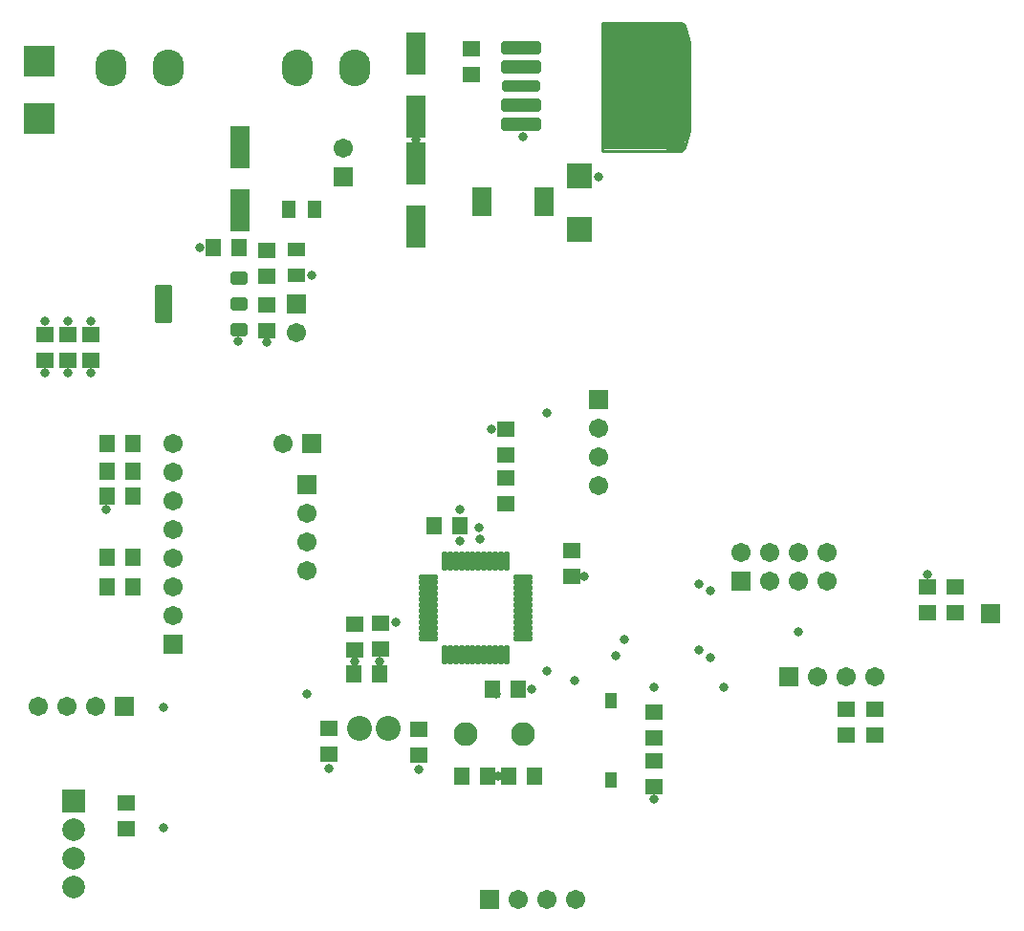
<source format=gts>
G04*
G04 #@! TF.GenerationSoftware,Altium Limited,Altium Designer,22.2.1 (43)*
G04*
G04 Layer_Color=8388736*
%FSLAX24Y24*%
%MOIN*%
G70*
G04*
G04 #@! TF.SameCoordinates,347B6F40-84C8-4AAD-98B2-BBB097A6B523*
G04*
G04*
G04 #@! TF.FilePolarity,Negative*
G04*
G01*
G75*
%ADD14C,0.0100*%
G04:AMPARAMS|DCode=31|XSize=39.4mil|YSize=133.9mil|CornerRadius=9.8mil|HoleSize=0mil|Usage=FLASHONLY|Rotation=270.000|XOffset=0mil|YOffset=0mil|HoleType=Round|Shape=RoundedRectangle|*
%AMROUNDEDRECTD31*
21,1,0.0394,0.1142,0,0,270.0*
21,1,0.0197,0.1339,0,0,270.0*
1,1,0.0197,-0.0571,-0.0098*
1,1,0.0197,-0.0571,0.0098*
1,1,0.0197,0.0571,0.0098*
1,1,0.0197,0.0571,-0.0098*
%
%ADD31ROUNDEDRECTD31*%
%ADD32C,0.0200*%
%ADD33R,0.2820X0.4380*%
%ADD34R,0.0395X0.0552*%
%ADD35R,0.0630X0.0580*%
%ADD36R,0.0580X0.0630*%
%ADD37R,0.0671X0.1025*%
%ADD38R,0.0867X0.0867*%
%ADD39R,0.0630X0.0474*%
%ADD40R,0.0474X0.0630*%
%ADD41R,0.0710X0.1458*%
G04:AMPARAMS|DCode=42|XSize=69.4mil|YSize=19.8mil|CornerRadius=8.1mil|HoleSize=0mil|Usage=FLASHONLY|Rotation=90.000|XOffset=0mil|YOffset=0mil|HoleType=Round|Shape=RoundedRectangle|*
%AMROUNDEDRECTD42*
21,1,0.0694,0.0035,0,0,90.0*
21,1,0.0531,0.0198,0,0,90.0*
1,1,0.0163,0.0018,0.0266*
1,1,0.0163,0.0018,-0.0266*
1,1,0.0163,-0.0018,-0.0266*
1,1,0.0163,-0.0018,0.0266*
%
%ADD42ROUNDEDRECTD42*%
G04:AMPARAMS|DCode=43|XSize=69.4mil|YSize=19.8mil|CornerRadius=8.1mil|HoleSize=0mil|Usage=FLASHONLY|Rotation=180.000|XOffset=0mil|YOffset=0mil|HoleType=Round|Shape=RoundedRectangle|*
%AMROUNDEDRECTD43*
21,1,0.0694,0.0035,0,0,180.0*
21,1,0.0531,0.0198,0,0,180.0*
1,1,0.0163,-0.0266,0.0018*
1,1,0.0163,0.0266,0.0018*
1,1,0.0163,0.0266,-0.0018*
1,1,0.0163,-0.0266,-0.0018*
%
%ADD43ROUNDEDRECTD43*%
G04:AMPARAMS|DCode=44|XSize=135.6mil|YSize=59.6mil|CornerRadius=7.9mil|HoleSize=0mil|Usage=FLASHONLY|Rotation=90.000|XOffset=0mil|YOffset=0mil|HoleType=Round|Shape=RoundedRectangle|*
%AMROUNDEDRECTD44*
21,1,0.1356,0.0438,0,0,90.0*
21,1,0.1198,0.0596,0,0,90.0*
1,1,0.0157,0.0219,0.0599*
1,1,0.0157,0.0219,-0.0599*
1,1,0.0157,-0.0219,-0.0599*
1,1,0.0157,-0.0219,0.0599*
%
%ADD44ROUNDEDRECTD44*%
G04:AMPARAMS|DCode=45|XSize=44.6mil|YSize=59.6mil|CornerRadius=6.7mil|HoleSize=0mil|Usage=FLASHONLY|Rotation=90.000|XOffset=0mil|YOffset=0mil|HoleType=Round|Shape=RoundedRectangle|*
%AMROUNDEDRECTD45*
21,1,0.0446,0.0461,0,0,90.0*
21,1,0.0311,0.0596,0,0,90.0*
1,1,0.0135,0.0230,0.0156*
1,1,0.0135,0.0230,-0.0156*
1,1,0.0135,-0.0230,-0.0156*
1,1,0.0135,-0.0230,0.0156*
%
%ADD45ROUNDEDRECTD45*%
G04:AMPARAMS|DCode=46|XSize=47.4mil|YSize=141.9mil|CornerRadius=13.8mil|HoleSize=0mil|Usage=FLASHONLY|Rotation=270.000|XOffset=0mil|YOffset=0mil|HoleType=Round|Shape=RoundedRectangle|*
%AMROUNDEDRECTD46*
21,1,0.0474,0.1142,0,0,270.0*
21,1,0.0197,0.1419,0,0,270.0*
1,1,0.0277,-0.0571,-0.0098*
1,1,0.0277,-0.0571,0.0098*
1,1,0.0277,0.0571,0.0098*
1,1,0.0277,0.0571,-0.0098*
%
%ADD46ROUNDEDRECTD46*%
%ADD47C,0.0671*%
%ADD48R,0.0671X0.0671*%
%ADD49R,0.0671X0.0671*%
%ADD50R,0.0789X0.0789*%
%ADD51C,0.0789*%
%ADD52O,0.1080X0.1280*%
%ADD53R,0.1064X0.1064*%
%ADD54C,0.0830*%
%ADD55C,0.0867*%
%ADD56C,0.0316*%
G54D14*
X24060Y33450D02*
X24013Y33518D01*
X23935Y33544D01*
X24060Y33450D02*
X24013Y33518D01*
X23935Y33544D01*
X24231Y32831D02*
X24226Y32867D01*
X24231Y32831D02*
X24226Y32867D01*
X23935Y29119D02*
X24013Y29145D01*
X24060Y29212D01*
X23935Y29119D02*
X24013Y29145D01*
X24060Y29212D01*
X24226Y29796D02*
X24231Y29831D01*
X24226Y29796D02*
X24231Y29831D01*
X23959Y29096D02*
X24009Y29146D01*
X21209Y29096D02*
X23959D01*
X21209D02*
Y29346D01*
Y33542D01*
X21211Y33544D01*
X23435D01*
X23935D01*
X24060Y33450D02*
X24226Y32867D01*
X23435Y29119D02*
X23935D01*
X24231Y29831D02*
Y32831D01*
X24060Y29213D02*
X24226Y29796D01*
G54D31*
X18359Y31346D02*
D03*
G54D32*
X24085Y29508D02*
Y33148D01*
G54D33*
X22669Y31328D02*
D03*
G54D34*
X21496Y9921D02*
D03*
Y7165D02*
D03*
G54D35*
X9488Y24730D02*
D03*
Y25630D02*
D03*
X13465Y11715D02*
D03*
Y12615D02*
D03*
X20118Y15135D02*
D03*
Y14235D02*
D03*
X12559Y11676D02*
D03*
Y12576D02*
D03*
X33504Y13875D02*
D03*
Y12975D02*
D03*
X17835Y16794D02*
D03*
Y17694D02*
D03*
X30709Y8723D02*
D03*
Y9623D02*
D03*
X22992Y9505D02*
D03*
Y8605D02*
D03*
X4582Y5457D02*
D03*
Y6357D02*
D03*
X29685Y8723D02*
D03*
Y9623D02*
D03*
X32520Y13875D02*
D03*
Y12975D02*
D03*
X22992Y6929D02*
D03*
Y7829D02*
D03*
X14803Y8915D02*
D03*
Y8015D02*
D03*
X1772Y21794D02*
D03*
Y22694D02*
D03*
X11654Y8954D02*
D03*
Y8054D02*
D03*
X3346Y21794D02*
D03*
Y22694D02*
D03*
X9488Y22818D02*
D03*
Y23718D02*
D03*
X2559Y21794D02*
D03*
Y22694D02*
D03*
X16614Y31755D02*
D03*
Y32655D02*
D03*
X17835Y19370D02*
D03*
Y18470D02*
D03*
G54D36*
X18245Y10315D02*
D03*
X17345D02*
D03*
X15337Y16024D02*
D03*
X16237D02*
D03*
X4820Y18898D02*
D03*
X3920D02*
D03*
X4820Y17047D02*
D03*
X3920D02*
D03*
Y13898D02*
D03*
X4820D02*
D03*
X3920Y14921D02*
D03*
X4820D02*
D03*
Y17913D02*
D03*
X3920D02*
D03*
X13442Y10866D02*
D03*
X12542D02*
D03*
X18836Y7283D02*
D03*
X17936D02*
D03*
X7621Y25709D02*
D03*
X8521D02*
D03*
X16282Y7283D02*
D03*
X17182D02*
D03*
G54D37*
X19154Y27323D02*
D03*
X16988D02*
D03*
G54D38*
X20394Y28209D02*
D03*
Y26358D02*
D03*
G54D39*
X10512Y24747D02*
D03*
Y25647D02*
D03*
G54D40*
X10259Y27047D02*
D03*
X11159D02*
D03*
G54D41*
X14685Y28661D02*
D03*
Y26457D02*
D03*
Y30276D02*
D03*
Y32480D02*
D03*
X8543Y29213D02*
D03*
Y27008D02*
D03*
G54D42*
X15689Y11504D02*
D03*
X15886D02*
D03*
X16083D02*
D03*
X16280D02*
D03*
X16476D02*
D03*
X16673D02*
D03*
X16870D02*
D03*
X17067D02*
D03*
X17264D02*
D03*
X17461D02*
D03*
X17657D02*
D03*
X17854D02*
D03*
Y14795D02*
D03*
X17657D02*
D03*
X17461D02*
D03*
X17264D02*
D03*
X17067D02*
D03*
X16870D02*
D03*
X16673D02*
D03*
X16476D02*
D03*
X16280D02*
D03*
X16083D02*
D03*
X15886D02*
D03*
X15689D02*
D03*
G54D43*
X18417Y12067D02*
D03*
Y12264D02*
D03*
Y12461D02*
D03*
Y12657D02*
D03*
Y12854D02*
D03*
Y13051D02*
D03*
Y13248D02*
D03*
Y13445D02*
D03*
Y13642D02*
D03*
Y13839D02*
D03*
Y14035D02*
D03*
Y14232D02*
D03*
X15126D02*
D03*
Y14035D02*
D03*
Y13839D02*
D03*
Y13642D02*
D03*
Y13445D02*
D03*
Y13248D02*
D03*
Y13051D02*
D03*
Y12854D02*
D03*
Y12657D02*
D03*
Y12461D02*
D03*
Y12264D02*
D03*
Y12067D02*
D03*
G54D44*
X5888Y23740D02*
D03*
G54D45*
X8522Y24642D02*
D03*
Y23740D02*
D03*
Y22839D02*
D03*
G54D46*
X18359Y30007D02*
D03*
Y30677D02*
D03*
Y32015D02*
D03*
Y32685D02*
D03*
G54D47*
X10063Y18898D02*
D03*
X29032Y15094D02*
D03*
X28031D02*
D03*
X27032D02*
D03*
X26031D02*
D03*
X29032Y14094D02*
D03*
X28031D02*
D03*
X27032D02*
D03*
X30701Y10748D02*
D03*
X29701D02*
D03*
X28701D02*
D03*
X12165Y29189D02*
D03*
X18252Y2992D02*
D03*
X19252D02*
D03*
X20252D02*
D03*
X6220Y18898D02*
D03*
Y17898D02*
D03*
Y16898D02*
D03*
Y15898D02*
D03*
Y14898D02*
D03*
Y13898D02*
D03*
Y12898D02*
D03*
X21063Y19402D02*
D03*
Y18402D02*
D03*
Y17402D02*
D03*
X10512Y22740D02*
D03*
X3520Y9724D02*
D03*
X2520D02*
D03*
X1520D02*
D03*
X10906Y14433D02*
D03*
Y15433D02*
D03*
Y16433D02*
D03*
G54D48*
X11063Y18898D02*
D03*
X26031Y14094D02*
D03*
X27701Y10748D02*
D03*
X17252Y2992D02*
D03*
X4520Y9724D02*
D03*
X34724Y12953D02*
D03*
G54D49*
X12165Y28189D02*
D03*
X6220Y11898D02*
D03*
X21063Y20402D02*
D03*
X10512Y23740D02*
D03*
X10906Y17433D02*
D03*
G54D50*
X2756Y6409D02*
D03*
G54D51*
Y5409D02*
D03*
Y4409D02*
D03*
Y3409D02*
D03*
G54D52*
X12557Y31969D02*
D03*
X4057D02*
D03*
X6057D02*
D03*
X10557D02*
D03*
G54D53*
X1575Y30205D02*
D03*
Y32205D02*
D03*
G54D54*
X16441Y8740D02*
D03*
X18441D02*
D03*
G54D55*
X12740Y8937D02*
D03*
X13740D02*
D03*
G54D56*
X11063Y24764D02*
D03*
X21063Y28189D02*
D03*
X8567Y29189D02*
D03*
X16639Y31755D02*
D03*
X14685Y28661D02*
D03*
Y30276D02*
D03*
Y29469D02*
D03*
X18425Y29567D02*
D03*
X32520Y14331D02*
D03*
X20551Y14252D02*
D03*
X17323Y19370D02*
D03*
X16220Y15472D02*
D03*
Y16575D02*
D03*
X3898D02*
D03*
X22992Y6496D02*
D03*
X12551Y11271D02*
D03*
X17480Y10157D02*
D03*
X17559Y7283D02*
D03*
X14803Y7520D02*
D03*
X11654Y7559D02*
D03*
X9488Y22402D02*
D03*
X8504Y22441D02*
D03*
X7165Y25709D02*
D03*
X5906Y9685D02*
D03*
X22992Y10394D02*
D03*
X25433D02*
D03*
X18740Y10315D02*
D03*
X10906Y10157D02*
D03*
X16929Y15551D02*
D03*
X16890Y15945D02*
D03*
X20236Y10630D02*
D03*
X19252Y19961D02*
D03*
Y10945D02*
D03*
X13442Y11280D02*
D03*
X13976Y12638D02*
D03*
X5906Y5472D02*
D03*
X21969Y12047D02*
D03*
X21654Y11496D02*
D03*
X24961Y11417D02*
D03*
X24567Y11693D02*
D03*
X24961Y13740D02*
D03*
X24567Y13976D02*
D03*
X28031Y12323D02*
D03*
X3346Y21339D02*
D03*
X2559D02*
D03*
X1772D02*
D03*
X3346Y23150D02*
D03*
X2559D02*
D03*
X1772D02*
D03*
M02*

</source>
